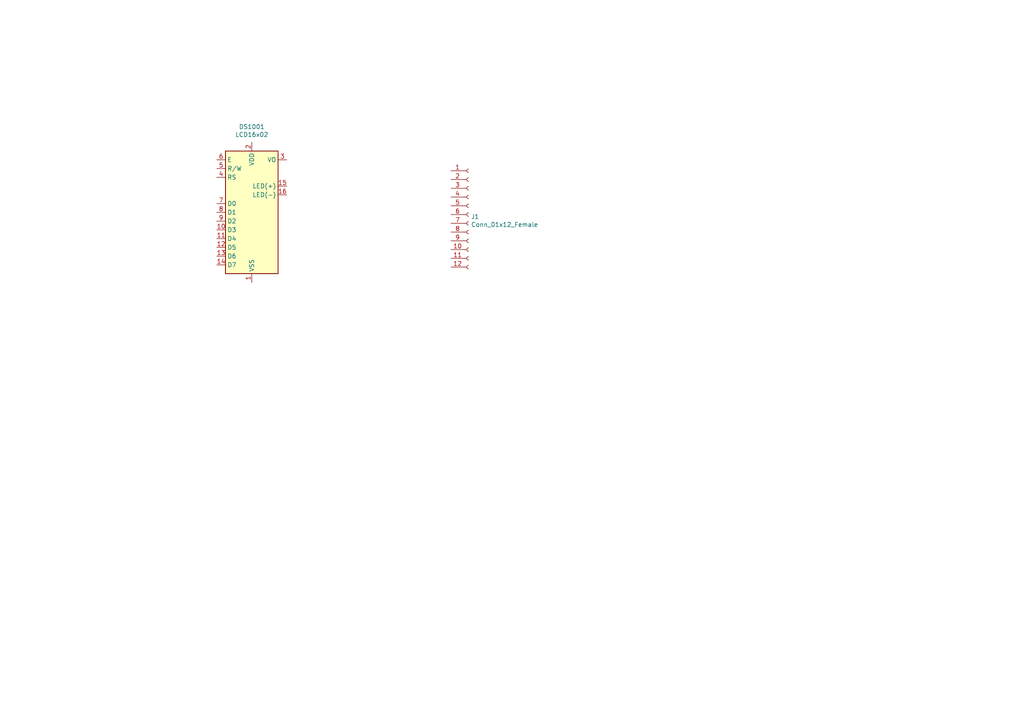
<source format=kicad_sch>
(kicad_sch (version 20211123) (generator eeschema)
  (paper "A4")
  (lib_symbols
    (symbol "Connector:Conn_01x12_Female" (pin_names (offset 1.016) hide)
      (property "Reference" "J" (at 0 15.24 0))
      (property "Value" "Conn_01x12_Female" (at 0 -17.78 0))
      (symbol "Conn_01x12_Female_1_1"
        (arc (start 0 -14.732) (mid -0.508 -15.24) (end 0 -15.748) (stroke (width 0.1524)))
        (arc (start 0 -12.192) (mid -0.508 -12.7) (end 0 -13.208) (stroke (width 0.1524)))
        (arc (start 0 -9.652) (mid -0.508 -10.16) (end 0 -10.668) (stroke (width 0.1524)))
        (arc (start 0 -7.112) (mid -0.508 -7.62) (end 0 -8.128) (stroke (width 0.1524)))
        (arc (start 0 -4.572) (mid -0.508 -5.08) (end 0 -5.588) (stroke (width 0.1524)))
        (arc (start 0 -2.032) (mid -0.508 -2.54) (end 0 -3.048) (stroke (width 0.1524)))
        (polyline (pts (xy -1.27 -15.24) (xy -0.508 -15.24)) (stroke (width 0.1524)))
        (polyline (pts (xy -1.27 -12.7) (xy -0.508 -12.7)) (stroke (width 0.1524)))
        (polyline (pts (xy -1.27 -10.16) (xy -0.508 -10.16)) (stroke (width 0.1524)))
        (polyline (pts (xy -1.27 -7.62) (xy -0.508 -7.62)) (stroke (width 0.1524)))
        (polyline (pts (xy -1.27 -5.08) (xy -0.508 -5.08)) (stroke (width 0.1524)))
        (polyline (pts (xy -1.27 -2.54) (xy -0.508 -2.54)) (stroke (width 0.1524)))
        (polyline (pts (xy -1.27 0) (xy -0.508 0)) (stroke (width 0.1524)))
        (polyline (pts (xy -1.27 2.54) (xy -0.508 2.54)) (stroke (width 0.1524)))
        (polyline (pts (xy -1.27 5.08) (xy -0.508 5.08)) (stroke (width 0.1524)))
        (polyline (pts (xy -1.27 7.62) (xy -0.508 7.62)) (stroke (width 0.1524)))
        (polyline (pts (xy -1.27 10.16) (xy -0.508 10.16)) (stroke (width 0.1524)))
        (polyline (pts (xy -1.27 12.7) (xy -0.508 12.7)) (stroke (width 0.1524)))
        (arc (start 0 0.508) (mid -0.508 0) (end 0 -0.508) (stroke (width 0.1524)))
        (arc (start 0 3.048) (mid -0.508 2.54) (end 0 2.032) (stroke (width 0.1524)))
        (arc (start 0 5.588) (mid -0.508 5.08) (end 0 4.572) (stroke (width 0.1524)))
        (arc (start 0 8.128) (mid -0.508 7.62) (end 0 7.112) (stroke (width 0.1524)))
        (arc (start 0 10.668) (mid -0.508 10.16) (end 0 9.652) (stroke (width 0.1524)))
        (arc (start 0 13.208) (mid -0.508 12.7) (end 0 12.192) (stroke (width 0.1524)))
        (pin passive line (at -5.08 12.7 0) (length 3.81) (name "Pin_1") (number "1"))
        (pin passive line (at -5.08 -10.16 0) (length 3.81) (name "Pin_10") (number "10"))
        (pin passive line (at -5.08 -12.7 0) (length 3.81) (name "Pin_11") (number "11"))
        (pin passive line (at -5.08 -15.24 0) (length 3.81) (name "Pin_12") (number "12"))
        (pin passive line (at -5.08 10.16 0) (length 3.81) (name "Pin_2") (number "2"))
        (pin passive line (at -5.08 7.62 0) (length 3.81) (name "Pin_3") (number "3"))
        (pin passive line (at -5.08 5.08 0) (length 3.81) (name "Pin_4") (number "4"))
        (pin passive line (at -5.08 2.54 0) (length 3.81) (name "Pin_5") (number "5"))
        (pin passive line (at -5.08 0 0) (length 3.81) (name "Pin_6") (number "6"))
        (pin passive line (at -5.08 -2.54 0) (length 3.81) (name "Pin_7") (number "7"))
        (pin passive line (at -5.08 -5.08 0) (length 3.81) (name "Pin_8") (number "8"))
        (pin passive line (at -5.08 -7.62 0) (length 3.81) (name "Pin_9") (number "9"))
      )
    )
    (symbol "Display_Character:WC1602A"
      (property "Reference" "DS" (at -5.842 19.05 0))
      (property "Value" "WC1602A" (at 5.334 19.05 0))
      (symbol "WC1602A_1_1"
        (rectangle (start -7.62 17.78) (end 7.62 -17.78) (stroke (width 0.254)) (fill (type background)))
        (pin power_in line (at 0 -20.32 90) (length 2.54) (name "VSS") (number "1"))
        (pin input line (at -10.16 -5.08 0) (length 2.54) (name "D3") (number "10"))
        (pin input line (at -10.16 -7.62 0) (length 2.54) (name "D4") (number "11"))
        (pin input line (at -10.16 -10.16 0) (length 2.54) (name "D5") (number "12"))
        (pin input line (at -10.16 -12.7 0) (length 2.54) (name "D6") (number "13"))
        (pin input line (at -10.16 -15.24 0) (length 2.54) (name "D7") (number "14"))
        (pin power_in line (at 10.16 7.62 180) (length 2.54) (name "LED(+)") (number "15"))
        (pin power_in line (at 10.16 5.08 180) (length 2.54) (name "LED(-)") (number "16"))
        (pin power_in line (at 0 20.32 270) (length 2.54) (name "VDD") (number "2"))
        (pin input line (at 10.16 15.24 180) (length 2.54) (name "VO") (number "3"))
        (pin input line (at -10.16 10.16 0) (length 2.54) (name "RS") (number "4"))
        (pin input line (at -10.16 12.7 0) (length 2.54) (name "R/W") (number "5"))
        (pin input line (at -10.16 15.24 0) (length 2.54) (name "E") (number "6"))
        (pin input line (at -10.16 2.54 0) (length 2.54) (name "D0") (number "7"))
        (pin input line (at -10.16 0 0) (length 2.54) (name "D1") (number "8"))
        (pin input line (at -10.16 -2.54 0) (length 2.54) (name "D2") (number "9"))
      )
    )
  )
  (symbol (lib_id "Display_Character:WC1602A") (at 73.025 61.595 0) (unit 1)
    (property "Reference" "DS1001" (at 73.025 36.7792 0))
    (property "Value" "LCD16x02" (at 73.025 39.0398 0))
    (property "Footprint" "kibom-variant_4:LCD_16x02_Dual" (effects hide))
    (property "kicost.topvariant:Value" "WH1602B-TMI-JT#" (effects hide))
    (property "kicost.leftvariant:Value" "ERM1602DNS-2.1" (effects hide))
    (property "kicost.topvariant:sos#" "209863" (effects hide))
    (property "Comment" "Test for 3D Model variants, also tests dnp and not fields that are not defined otherwise." (effects hide))
    (property "kicost.topvariant:manf#" "WH1602B-TMI-JT#" (effects hide))
    (property "kicost.leftvariant:manf#" "ERM1602DNS-2.1" (effects hide))
  )
  (symbol (lib_id "Connector:Conn_01x12_Female") (at 135.89 62.23 0) (unit 1)
    (property "Reference" "J1" (at 136.6012 62.8396 0) (effects (justify left)))
    (property "Value" "Conn_01x12_Female" (at 136.6012 65.151 0) (effects (justify left)))
    (property "Footprint" "Connector_PinHeader_2.54mm:PinHeader_1x12_P2.54mm_Vertical" (effects hide))
  )
)
</source>
